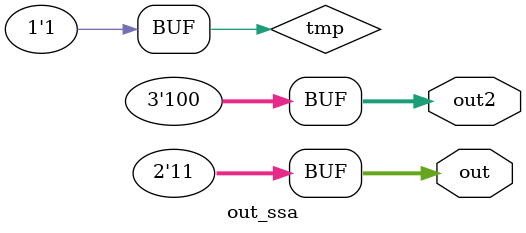
<source format=v>
module out_ssa (
  output [1:0] out,
  output [2:0] out2
);

assign out = 3;
wire   tmp = 1;
assign out2 = out + tmp;


endmodule

</source>
